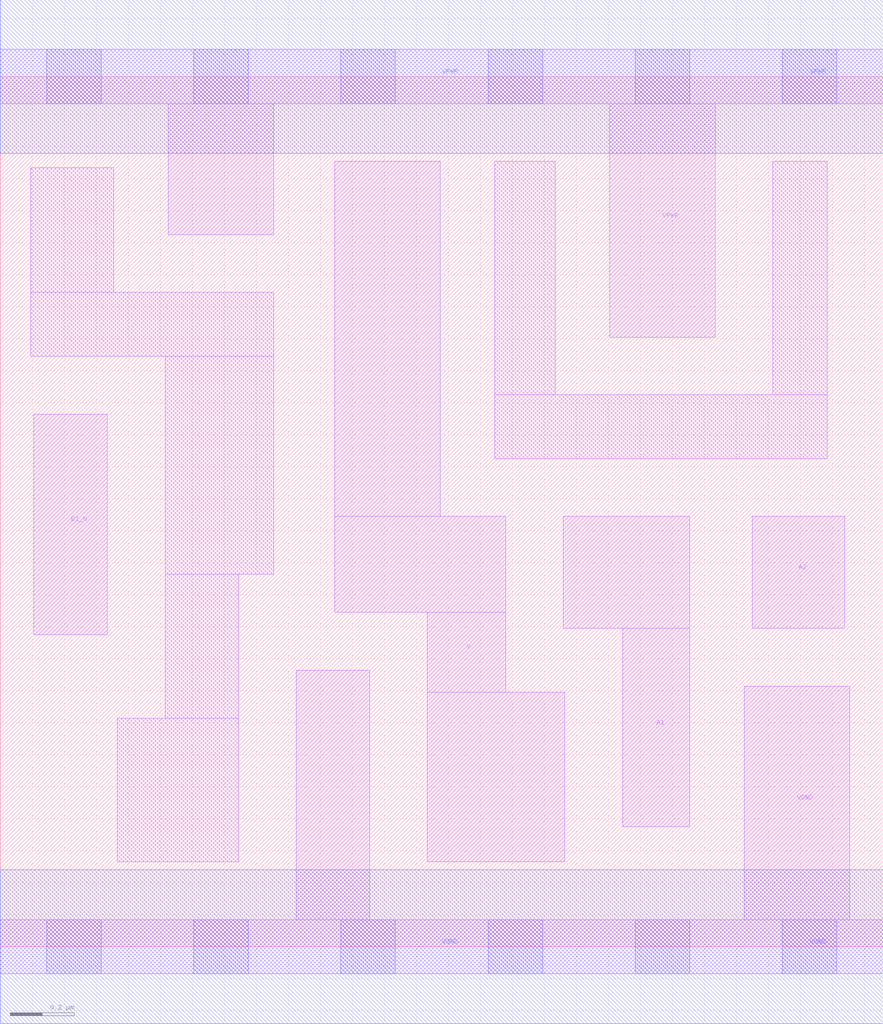
<source format=lef>
# Copyright 2020 The SkyWater PDK Authors
#
# Licensed under the Apache License, Version 2.0 (the "License");
# you may not use this file except in compliance with the License.
# You may obtain a copy of the License at
#
#     https://www.apache.org/licenses/LICENSE-2.0
#
# Unless required by applicable law or agreed to in writing, software
# distributed under the License is distributed on an "AS IS" BASIS,
# WITHOUT WARRANTIES OR CONDITIONS OF ANY KIND, either express or implied.
# See the License for the specific language governing permissions and
# limitations under the License.
#
# SPDX-License-Identifier: Apache-2.0

VERSION 5.7 ;
  NAMESCASESENSITIVE ON ;
  NOWIREEXTENSIONATPIN ON ;
  DIVIDERCHAR "/" ;
  BUSBITCHARS "[]" ;
UNITS
  DATABASE MICRONS 200 ;
END UNITS
MACRO sky130_fd_sc_hd__a21boi_1
  CLASS CORE ;
  SOURCE USER ;
  FOREIGN sky130_fd_sc_hd__a21boi_1 ;
  ORIGIN  0.000000  0.000000 ;
  SIZE  2.760000 BY  2.720000 ;
  SYMMETRY X Y R90 ;
  SITE unithd ;
  PIN A1
    ANTENNAGATEAREA  0.247500 ;
    DIRECTION INPUT ;
    USE SIGNAL ;
    PORT
      LAYER li1 ;
        RECT 1.760000 0.995000 2.155000 1.345000 ;
        RECT 1.945000 0.375000 2.155000 0.995000 ;
    END
  END A1
  PIN A2
    ANTENNAGATEAREA  0.247500 ;
    DIRECTION INPUT ;
    USE SIGNAL ;
    PORT
      LAYER li1 ;
        RECT 2.350000 0.995000 2.640000 1.345000 ;
    END
  END A2
  PIN B1_N
    ANTENNAGATEAREA  0.126000 ;
    DIRECTION INPUT ;
    USE SIGNAL ;
    PORT
      LAYER li1 ;
        RECT 0.105000 0.975000 0.335000 1.665000 ;
    END
  END B1_N
  PIN Y
    ANTENNADIFFAREA  0.551000 ;
    DIRECTION OUTPUT ;
    USE SIGNAL ;
    PORT
      LAYER li1 ;
        RECT 1.045000 1.045000 1.580000 1.345000 ;
        RECT 1.045000 1.345000 1.375000 2.455000 ;
        RECT 1.335000 0.265000 1.765000 0.795000 ;
        RECT 1.335000 0.795000 1.580000 1.045000 ;
    END
  END Y
  PIN VGND
    DIRECTION INOUT ;
    SHAPE ABUTMENT ;
    USE GROUND ;
    PORT
      LAYER li1 ;
        RECT 0.000000 -0.085000 2.760000 0.085000 ;
        RECT 0.925000  0.085000 1.155000 0.865000 ;
        RECT 2.325000  0.085000 2.655000 0.815000 ;
      LAYER mcon ;
        RECT 0.145000 -0.085000 0.315000 0.085000 ;
        RECT 0.605000 -0.085000 0.775000 0.085000 ;
        RECT 1.065000 -0.085000 1.235000 0.085000 ;
        RECT 1.525000 -0.085000 1.695000 0.085000 ;
        RECT 1.985000 -0.085000 2.155000 0.085000 ;
        RECT 2.445000 -0.085000 2.615000 0.085000 ;
      LAYER met1 ;
        RECT 0.000000 -0.240000 2.760000 0.240000 ;
    END
  END VGND
  PIN VPWR
    DIRECTION INOUT ;
    SHAPE ABUTMENT ;
    USE POWER ;
    PORT
      LAYER li1 ;
        RECT 0.000000 2.635000 2.760000 2.805000 ;
        RECT 0.525000 2.225000 0.855000 2.635000 ;
        RECT 1.905000 1.905000 2.235000 2.635000 ;
      LAYER mcon ;
        RECT 0.145000 2.635000 0.315000 2.805000 ;
        RECT 0.605000 2.635000 0.775000 2.805000 ;
        RECT 1.065000 2.635000 1.235000 2.805000 ;
        RECT 1.525000 2.635000 1.695000 2.805000 ;
        RECT 1.985000 2.635000 2.155000 2.805000 ;
        RECT 2.445000 2.635000 2.615000 2.805000 ;
      LAYER met1 ;
        RECT 0.000000 2.480000 2.760000 2.960000 ;
    END
  END VPWR
  OBS
    LAYER li1 ;
      RECT 0.095000 1.845000 0.855000 2.045000 ;
      RECT 0.095000 2.045000 0.355000 2.435000 ;
      RECT 0.365000 0.265000 0.745000 0.715000 ;
      RECT 0.515000 0.715000 0.745000 1.165000 ;
      RECT 0.515000 1.165000 0.855000 1.845000 ;
      RECT 1.545000 1.525000 2.585000 1.725000 ;
      RECT 1.545000 1.725000 1.735000 2.455000 ;
      RECT 2.415000 1.725000 2.585000 2.455000 ;
  END
END sky130_fd_sc_hd__a21boi_1

</source>
